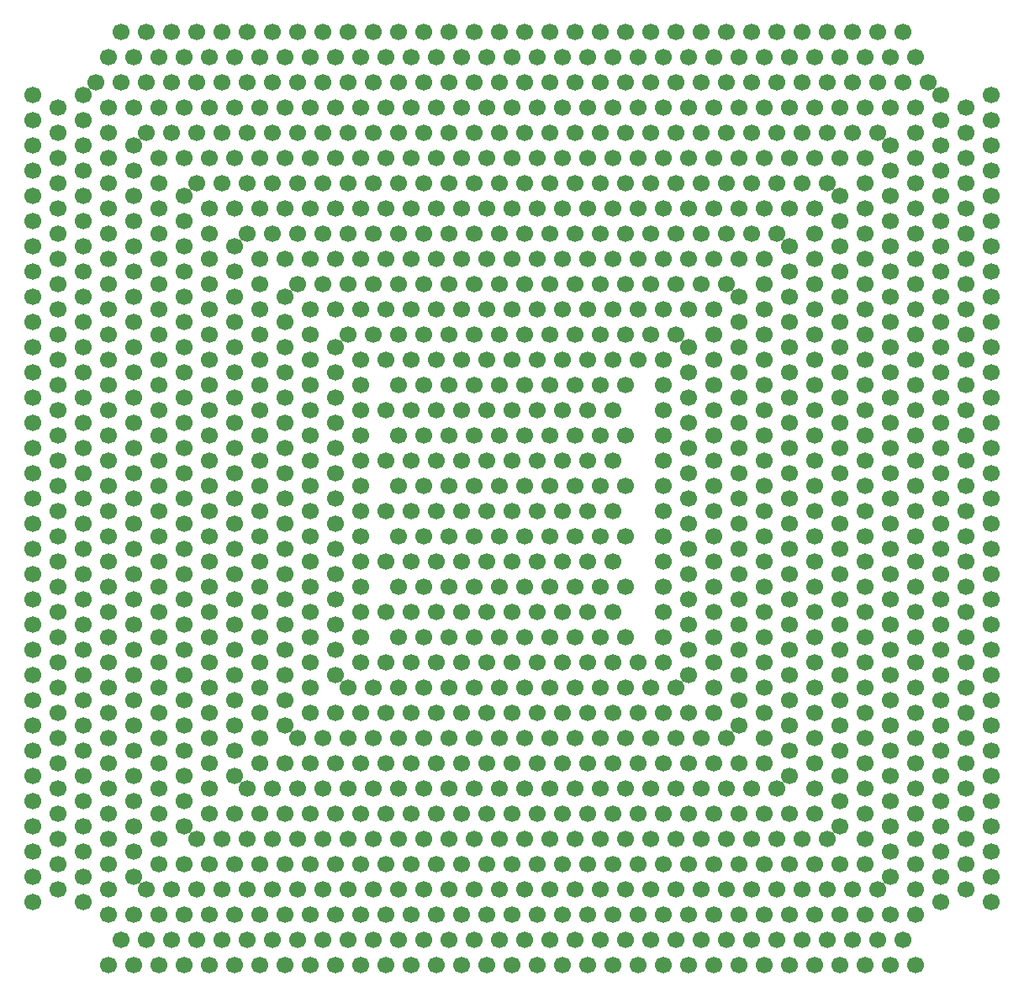
<source format=gbr>
G04 #@! TF.FileFunction,Soldermask,Top*
%FSLAX46Y46*%
G04 Gerber Fmt 4.6, Leading zero omitted, Abs format (unit mm)*
G04 Created by KiCad (PCBNEW 4.0.7) date 11/22/17 23:51:00*
%MOMM*%
%LPD*%
G01*
G04 APERTURE LIST*
%ADD10C,0.100000*%
%ADD11C,1.700000*%
G04 APERTURE END LIST*
D10*
D11*
X125730000Y-66040000D03*
X127000000Y-68580000D03*
X128270000Y-66040000D03*
X129540000Y-68580000D03*
X130810000Y-66040000D03*
X132080000Y-68580000D03*
X133350000Y-66040000D03*
X134620000Y-68580000D03*
X135890000Y-66040000D03*
X137160000Y-68580000D03*
X138430000Y-66040000D03*
X139700000Y-68580000D03*
X140970000Y-66040000D03*
X142240000Y-68580000D03*
X143510000Y-66040000D03*
X144780000Y-68580000D03*
X146050000Y-66040000D03*
X147320000Y-68580000D03*
X148590000Y-66040000D03*
X149860000Y-68580000D03*
X151130000Y-66040000D03*
X152400000Y-68580000D03*
X153670000Y-66040000D03*
X154940000Y-68580000D03*
X156210000Y-66040000D03*
X157480000Y-68580000D03*
X158750000Y-66040000D03*
X160020000Y-68580000D03*
X161290000Y-66040000D03*
X162560000Y-68580000D03*
X163830000Y-66040000D03*
X165100000Y-68580000D03*
X166370000Y-66040000D03*
X167640000Y-68580000D03*
X168910000Y-66040000D03*
X170180000Y-68580000D03*
X171450000Y-66040000D03*
X172720000Y-68580000D03*
X173990000Y-66040000D03*
X175260000Y-68580000D03*
X124460000Y-67310000D03*
X124460000Y-69850000D03*
X127000000Y-71120000D03*
X124460000Y-72390000D03*
X127000000Y-73660000D03*
X124460000Y-74930000D03*
X127000000Y-76200000D03*
X124460000Y-77470000D03*
X127000000Y-78740000D03*
X124460000Y-80010000D03*
X127000000Y-81280000D03*
X124460000Y-82550000D03*
X127000000Y-83820000D03*
X124460000Y-85090000D03*
X130810000Y-71120000D03*
X133350000Y-71120000D03*
X135890000Y-71120000D03*
X138430000Y-71120000D03*
X140970000Y-71120000D03*
X129540000Y-72390000D03*
X129540000Y-74930000D03*
X129540000Y-77470000D03*
X129540000Y-80010000D03*
X129540000Y-82550000D03*
X132080000Y-73660000D03*
X132080000Y-76200000D03*
X132080000Y-78740000D03*
X132080000Y-81280000D03*
X134620000Y-73660000D03*
X137160000Y-73660000D03*
X139700000Y-73660000D03*
X134620000Y-77470000D03*
X135890000Y-76200000D03*
X134620000Y-80010000D03*
X138430000Y-76200000D03*
X124460000Y-87630000D03*
X124460000Y-90170000D03*
X124460000Y-92710000D03*
X124460000Y-95250000D03*
X124460000Y-97790000D03*
X124460000Y-100330000D03*
X124460000Y-102870000D03*
X124460000Y-105410000D03*
X124460000Y-107950000D03*
X124460000Y-110490000D03*
X124460000Y-113030000D03*
X124460000Y-115570000D03*
X124460000Y-118110000D03*
X124460000Y-120650000D03*
X125730000Y-121920000D03*
X128270000Y-121920000D03*
X130810000Y-121920000D03*
X133350000Y-121920000D03*
X135890000Y-121920000D03*
X138430000Y-121920000D03*
X140970000Y-121920000D03*
X143510000Y-121920000D03*
X146050000Y-121920000D03*
X148590000Y-121920000D03*
X151130000Y-121920000D03*
X153670000Y-121920000D03*
X156210000Y-121920000D03*
X158750000Y-121920000D03*
X161290000Y-121920000D03*
X163830000Y-121920000D03*
X166370000Y-121920000D03*
X168910000Y-121920000D03*
X171450000Y-121920000D03*
X173990000Y-121920000D03*
X176530000Y-121920000D03*
X179070000Y-121920000D03*
X180340000Y-120650000D03*
X180340000Y-118110000D03*
X180340000Y-115570000D03*
X180340000Y-113030000D03*
X180340000Y-110490000D03*
X180340000Y-107950000D03*
X180340000Y-105410000D03*
X180340000Y-102870000D03*
X180340000Y-100330000D03*
X180340000Y-97790000D03*
X180340000Y-95250000D03*
X180340000Y-92710000D03*
X180340000Y-90170000D03*
X180340000Y-87630000D03*
X180340000Y-85090000D03*
X180340000Y-82550000D03*
X180340000Y-80010000D03*
X180340000Y-77470000D03*
X180340000Y-74930000D03*
X180340000Y-72390000D03*
X180340000Y-69850000D03*
X180340000Y-67310000D03*
X179070000Y-66040000D03*
X176530000Y-66040000D03*
X177800000Y-68580000D03*
X177800000Y-71120000D03*
X177800000Y-73660000D03*
X177800000Y-76200000D03*
X177800000Y-78740000D03*
X177800000Y-81280000D03*
X177800000Y-83820000D03*
X177800000Y-86360000D03*
X177800000Y-88900000D03*
X177800000Y-91440000D03*
X177800000Y-93980000D03*
X177800000Y-96520000D03*
X177800000Y-99060000D03*
X177800000Y-101600000D03*
X177800000Y-104140000D03*
X177800000Y-106680000D03*
X177800000Y-109220000D03*
X177800000Y-111760000D03*
X177800000Y-114300000D03*
X177800000Y-116840000D03*
X177800000Y-119380000D03*
X175260000Y-119380000D03*
X172720000Y-119380000D03*
X170180000Y-119380000D03*
X167640000Y-119380000D03*
X165100000Y-119380000D03*
X162560000Y-119380000D03*
X160020000Y-119380000D03*
X157480000Y-119380000D03*
X154940000Y-119380000D03*
X152400000Y-119380000D03*
X149860000Y-119380000D03*
X147320000Y-119380000D03*
X144780000Y-119380000D03*
X142240000Y-119380000D03*
X139700000Y-119380000D03*
X137160000Y-119380000D03*
X134620000Y-119380000D03*
X132080000Y-119380000D03*
X129540000Y-119380000D03*
X127000000Y-119380000D03*
X127000000Y-116840000D03*
X127000000Y-114300000D03*
X127000000Y-111760000D03*
X127000000Y-109220000D03*
X127000000Y-106680000D03*
X127000000Y-104140000D03*
X127000000Y-101600000D03*
X127000000Y-99060000D03*
X127000000Y-96520000D03*
X127000000Y-93980000D03*
X127000000Y-91440000D03*
X127000000Y-86360000D03*
X127000000Y-88900000D03*
X138430000Y-111760000D03*
X138430000Y-116840000D03*
X140970000Y-116840000D03*
X140970000Y-111760000D03*
X140970000Y-106680000D03*
X140970000Y-101600000D03*
X140970000Y-96520000D03*
X140970000Y-91440000D03*
X140970000Y-86360000D03*
X140970000Y-81280000D03*
X140970000Y-76200000D03*
X139700000Y-78740000D03*
X139700000Y-83820000D03*
X139700000Y-88900000D03*
X139700000Y-93980000D03*
X139700000Y-99060000D03*
X139700000Y-104140000D03*
X139700000Y-109220000D03*
X139700000Y-114300000D03*
X142240000Y-114300000D03*
X142240000Y-109220000D03*
X142240000Y-104140000D03*
X142240000Y-99060000D03*
X142240000Y-93980000D03*
X142240000Y-88900000D03*
X142240000Y-83820000D03*
X142240000Y-78740000D03*
X142240000Y-73660000D03*
X143510000Y-71120000D03*
X143510000Y-76200000D03*
X143510000Y-81280000D03*
X143510000Y-86360000D03*
X143510000Y-91440000D03*
X143510000Y-96520000D03*
X143510000Y-101600000D03*
X143510000Y-106680000D03*
X143510000Y-111760000D03*
X143510000Y-116840000D03*
X144780000Y-114300000D03*
X144780000Y-109220000D03*
X144780000Y-104140000D03*
X144780000Y-99060000D03*
X144780000Y-93980000D03*
X144780000Y-88900000D03*
X144780000Y-83820000D03*
X144780000Y-78740000D03*
X144780000Y-73660000D03*
X146050000Y-71120000D03*
X146050000Y-76200000D03*
X146050000Y-81280000D03*
X146050000Y-86360000D03*
X146050000Y-91440000D03*
X146050000Y-96520000D03*
X146050000Y-101600000D03*
X146050000Y-106680000D03*
X146050000Y-111760000D03*
X146050000Y-116840000D03*
X147320000Y-114300000D03*
X147320000Y-109220000D03*
X147320000Y-104140000D03*
X147320000Y-99060000D03*
X147320000Y-93980000D03*
X147320000Y-88900000D03*
X147320000Y-83820000D03*
X147320000Y-78740000D03*
X147320000Y-73660000D03*
X148590000Y-71120000D03*
X148590000Y-76200000D03*
X148590000Y-81280000D03*
X148590000Y-86360000D03*
X148590000Y-91440000D03*
X148590000Y-96520000D03*
X148590000Y-101600000D03*
X148590000Y-106680000D03*
X148590000Y-111760000D03*
X148590000Y-116840000D03*
X149860000Y-114300000D03*
X149860000Y-109220000D03*
X149860000Y-104140000D03*
X149860000Y-99060000D03*
X149860000Y-93980000D03*
X149860000Y-88900000D03*
X149860000Y-78740000D03*
X149860000Y-83820000D03*
X149860000Y-73660000D03*
X151130000Y-71120000D03*
X151130000Y-76200000D03*
X151130000Y-81280000D03*
X151130000Y-86360000D03*
X151130000Y-91440000D03*
X151130000Y-96520000D03*
X151130000Y-101600000D03*
X151130000Y-106680000D03*
X151130000Y-111760000D03*
X151130000Y-116840000D03*
X152400000Y-114300000D03*
X152400000Y-109220000D03*
X152400000Y-104140000D03*
X152400000Y-99060000D03*
X152400000Y-93980000D03*
X152400000Y-88900000D03*
X152400000Y-83820000D03*
X152400000Y-78740000D03*
X152400000Y-73660000D03*
X153670000Y-71120000D03*
X153670000Y-76200000D03*
X153670000Y-81280000D03*
X153670000Y-86360000D03*
X153670000Y-91440000D03*
X153670000Y-96520000D03*
X153670000Y-101600000D03*
X153670000Y-106680000D03*
X153670000Y-116840000D03*
X153670000Y-111760000D03*
X154940000Y-114300000D03*
X154940000Y-109220000D03*
X154940000Y-104140000D03*
X154940000Y-99060000D03*
X154940000Y-93980000D03*
X154940000Y-88900000D03*
X154940000Y-83820000D03*
X154940000Y-78740000D03*
X154940000Y-73660000D03*
X156210000Y-71120000D03*
X156210000Y-76200000D03*
X156210000Y-81280000D03*
X156210000Y-86360000D03*
X156210000Y-91440000D03*
X156210000Y-96520000D03*
X156210000Y-101600000D03*
X156210000Y-106680000D03*
X156210000Y-111760000D03*
X156210000Y-116840000D03*
X157480000Y-114300000D03*
X158750000Y-116840000D03*
X158750000Y-111760000D03*
X157480000Y-109220000D03*
X157480000Y-104140000D03*
X157480000Y-99060000D03*
X157480000Y-93980000D03*
X157480000Y-88900000D03*
X157480000Y-83820000D03*
X157480000Y-78740000D03*
X157480000Y-73660000D03*
X158750000Y-71120000D03*
X158750000Y-76200000D03*
X158750000Y-81280000D03*
X158750000Y-86360000D03*
X158750000Y-91440000D03*
X158750000Y-96520000D03*
X158750000Y-101600000D03*
X158750000Y-106680000D03*
X160020000Y-114300000D03*
X160020000Y-109220000D03*
X160020000Y-104140000D03*
X160020000Y-99060000D03*
X160020000Y-93980000D03*
X160020000Y-88900000D03*
X160020000Y-83820000D03*
X160020000Y-78740000D03*
X160020000Y-73660000D03*
X161290000Y-71120000D03*
X161290000Y-76200000D03*
X161290000Y-81280000D03*
X161290000Y-86360000D03*
X161290000Y-91440000D03*
X161290000Y-96520000D03*
X161290000Y-101600000D03*
X161290000Y-106680000D03*
X161290000Y-111760000D03*
X161290000Y-116840000D03*
X162560000Y-114300000D03*
X162560000Y-109220000D03*
X162560000Y-104140000D03*
X162560000Y-99060000D03*
X162560000Y-93980000D03*
X162560000Y-88900000D03*
X162560000Y-83820000D03*
X162560000Y-73660000D03*
X162560000Y-78740000D03*
X163830000Y-71120000D03*
X163830000Y-76200000D03*
X163830000Y-81280000D03*
X163830000Y-86360000D03*
X163830000Y-91440000D03*
X163830000Y-96520000D03*
X163830000Y-101600000D03*
X163830000Y-106680000D03*
X163830000Y-111760000D03*
X163830000Y-116840000D03*
X129540000Y-85090000D03*
X129540000Y-87630000D03*
X129540000Y-90170000D03*
X129540000Y-92710000D03*
X129540000Y-95250000D03*
X129540000Y-97790000D03*
X129540000Y-100330000D03*
X129540000Y-102870000D03*
X129540000Y-105410000D03*
X129540000Y-107950000D03*
X129540000Y-110490000D03*
X129540000Y-113030000D03*
X129540000Y-115570000D03*
X130810000Y-116840000D03*
X133350000Y-116840000D03*
X135890000Y-116840000D03*
X166370000Y-116840000D03*
X168910000Y-116840000D03*
X171450000Y-116840000D03*
X173990000Y-116840000D03*
X175260000Y-115570000D03*
X175260000Y-113030000D03*
X175260000Y-110490000D03*
X175260000Y-107950000D03*
X175260000Y-105410000D03*
X175260000Y-102870000D03*
X175260000Y-100330000D03*
X175260000Y-97790000D03*
X175260000Y-95250000D03*
X175260000Y-92710000D03*
X175260000Y-90170000D03*
X175260000Y-87630000D03*
X175260000Y-85090000D03*
X175260000Y-82550000D03*
X175260000Y-80010000D03*
X175260000Y-77470000D03*
X175260000Y-74930000D03*
X175260000Y-72390000D03*
X173990000Y-71120000D03*
X171450000Y-71120000D03*
X168910000Y-71120000D03*
X166370000Y-71120000D03*
X165100000Y-73660000D03*
X167640000Y-73660000D03*
X170180000Y-73660000D03*
X172720000Y-73660000D03*
X172720000Y-76200000D03*
X172720000Y-78740000D03*
X172720000Y-81280000D03*
X172720000Y-83820000D03*
X172720000Y-86360000D03*
X172720000Y-88900000D03*
X172720000Y-91440000D03*
X172720000Y-93980000D03*
X172720000Y-96520000D03*
X172720000Y-99060000D03*
X172720000Y-101600000D03*
X172720000Y-104140000D03*
X172720000Y-106680000D03*
X172720000Y-109220000D03*
X172720000Y-111760000D03*
X172720000Y-114300000D03*
X170180000Y-114300000D03*
X167640000Y-114300000D03*
X165100000Y-114300000D03*
X137160000Y-114300000D03*
X134620000Y-114300000D03*
X132080000Y-114300000D03*
X132080000Y-111760000D03*
X132080000Y-109220000D03*
X132080000Y-106680000D03*
X132080000Y-104140000D03*
X132080000Y-101600000D03*
X132080000Y-99060000D03*
X132080000Y-96520000D03*
X132080000Y-93980000D03*
X132080000Y-91440000D03*
X132080000Y-88900000D03*
X132080000Y-86360000D03*
X132080000Y-83820000D03*
X134620000Y-82550000D03*
X134620000Y-85090000D03*
X134620000Y-87630000D03*
X134620000Y-90170000D03*
X134620000Y-92710000D03*
X134620000Y-95250000D03*
X134620000Y-97790000D03*
X134620000Y-100330000D03*
X134620000Y-102870000D03*
X134620000Y-105410000D03*
X134620000Y-107950000D03*
X134620000Y-110490000D03*
X135890000Y-111760000D03*
X166370000Y-111760000D03*
X168910000Y-111760000D03*
X170180000Y-110490000D03*
X170180000Y-107950000D03*
X170180000Y-105410000D03*
X170180000Y-102870000D03*
X170180000Y-100330000D03*
X170180000Y-97790000D03*
X170180000Y-95250000D03*
X170180000Y-92710000D03*
X170180000Y-90170000D03*
X170180000Y-87630000D03*
X170180000Y-85090000D03*
X170180000Y-82550000D03*
X170180000Y-80010000D03*
X170180000Y-77470000D03*
X168910000Y-76200000D03*
X166370000Y-76200000D03*
X137160000Y-78740000D03*
X165100000Y-78740000D03*
X167640000Y-78740000D03*
X167640000Y-81280000D03*
X167640000Y-83820000D03*
X167640000Y-86360000D03*
X167640000Y-88900000D03*
X167640000Y-91440000D03*
X167640000Y-93980000D03*
X167640000Y-96520000D03*
X167640000Y-99060000D03*
X167640000Y-101600000D03*
X167640000Y-104140000D03*
X167640000Y-106680000D03*
X167640000Y-109220000D03*
X165100000Y-109220000D03*
X137160000Y-109220000D03*
X137160000Y-106680000D03*
X137160000Y-104140000D03*
X137160000Y-101600000D03*
X137160000Y-99060000D03*
X137160000Y-96520000D03*
X137160000Y-93980000D03*
X137160000Y-91440000D03*
X137160000Y-88900000D03*
X137160000Y-86360000D03*
X137160000Y-83820000D03*
X137160000Y-81280000D03*
X124460000Y-63500000D03*
X127000000Y-63500000D03*
X129540000Y-63500000D03*
X132080000Y-63500000D03*
X134620000Y-63500000D03*
X137160000Y-63500000D03*
X139700000Y-63500000D03*
X142240000Y-63500000D03*
X144780000Y-63500000D03*
X147320000Y-63500000D03*
X149860000Y-63500000D03*
X152400000Y-63500000D03*
X154940000Y-63500000D03*
X157480000Y-63500000D03*
X160020000Y-63500000D03*
X162560000Y-63500000D03*
X165100000Y-63500000D03*
X167640000Y-63500000D03*
X170180000Y-63500000D03*
X172720000Y-63500000D03*
X175260000Y-63500000D03*
X177800000Y-63500000D03*
X125730000Y-60960000D03*
X128270000Y-60960000D03*
X130810000Y-60960000D03*
X133350000Y-60960000D03*
X135890000Y-60960000D03*
X138430000Y-60960000D03*
X140970000Y-60960000D03*
X143510000Y-60960000D03*
X146050000Y-60960000D03*
X148590000Y-60960000D03*
X151130000Y-60960000D03*
X153670000Y-60960000D03*
X156210000Y-60960000D03*
X158750000Y-60960000D03*
X161290000Y-60960000D03*
X163830000Y-60960000D03*
X166370000Y-60960000D03*
X168910000Y-60960000D03*
X171450000Y-60960000D03*
X173990000Y-60960000D03*
X176530000Y-60960000D03*
X179070000Y-60960000D03*
X182880000Y-66040000D03*
X182880000Y-68580000D03*
X182880000Y-71120000D03*
X182880000Y-73660000D03*
X182880000Y-76200000D03*
X182880000Y-78740000D03*
X182880000Y-81280000D03*
X182880000Y-83820000D03*
X182880000Y-86360000D03*
X182880000Y-88900000D03*
X182880000Y-91440000D03*
X182880000Y-93980000D03*
X182880000Y-96520000D03*
X182880000Y-99060000D03*
X182880000Y-101600000D03*
X182880000Y-104140000D03*
X182880000Y-106680000D03*
X182880000Y-109220000D03*
X182880000Y-111760000D03*
X182880000Y-114300000D03*
X182880000Y-116840000D03*
X182880000Y-119380000D03*
X185420000Y-120650000D03*
X185420000Y-118110000D03*
X185420000Y-115570000D03*
X185420000Y-113030000D03*
X185420000Y-110490000D03*
X185420000Y-107950000D03*
X185420000Y-105410000D03*
X185420000Y-102870000D03*
X185420000Y-100330000D03*
X185420000Y-97790000D03*
X185420000Y-95250000D03*
X185420000Y-92710000D03*
X185420000Y-90170000D03*
X185420000Y-87630000D03*
X185420000Y-85090000D03*
X185420000Y-82550000D03*
X185420000Y-80010000D03*
X185420000Y-77470000D03*
X185420000Y-74930000D03*
X185420000Y-72390000D03*
X185420000Y-69850000D03*
X185420000Y-67310000D03*
X121920000Y-66040000D03*
X121920000Y-68580000D03*
X121920000Y-71120000D03*
X121920000Y-73660000D03*
X121920000Y-76200000D03*
X121920000Y-78740000D03*
X121920000Y-81280000D03*
X119380000Y-82550000D03*
X119380000Y-80010000D03*
X119380000Y-77470000D03*
X119380000Y-74930000D03*
X119380000Y-72390000D03*
X119380000Y-69850000D03*
X119380000Y-67310000D03*
X119380000Y-85090000D03*
X121920000Y-83820000D03*
X121920000Y-86360000D03*
X121920000Y-88900000D03*
X121920000Y-91440000D03*
X121920000Y-93980000D03*
X121920000Y-96520000D03*
X121920000Y-99060000D03*
X121920000Y-101600000D03*
X121920000Y-104140000D03*
X119380000Y-105410000D03*
X119380000Y-102870000D03*
X119380000Y-100330000D03*
X119380000Y-97790000D03*
X119380000Y-95250000D03*
X119380000Y-92710000D03*
X119380000Y-90170000D03*
X119380000Y-87630000D03*
X119380000Y-107950000D03*
X121920000Y-106680000D03*
X121920000Y-109220000D03*
X121920000Y-111760000D03*
X121920000Y-114300000D03*
X121920000Y-116840000D03*
X121920000Y-119380000D03*
X119380000Y-120650000D03*
X119380000Y-118110000D03*
X119380000Y-115570000D03*
X119380000Y-113030000D03*
X119380000Y-110490000D03*
X124460000Y-124460000D03*
X127000000Y-124460000D03*
X129540000Y-124460000D03*
X132080000Y-124460000D03*
X134620000Y-124460000D03*
X137160000Y-124460000D03*
X139700000Y-124460000D03*
X142240000Y-124460000D03*
X144780000Y-124460000D03*
X147320000Y-124460000D03*
X149860000Y-124460000D03*
X151130000Y-127000000D03*
X148590000Y-127000000D03*
X146050000Y-127000000D03*
X143510000Y-127000000D03*
X140970000Y-127000000D03*
X138430000Y-127000000D03*
X135890000Y-127000000D03*
X133350000Y-127000000D03*
X130810000Y-127000000D03*
X128270000Y-127000000D03*
X125730000Y-127000000D03*
X152400000Y-124460000D03*
X154940000Y-124460000D03*
X157480000Y-124460000D03*
X160020000Y-124460000D03*
X162560000Y-124460000D03*
X165100000Y-124460000D03*
X167640000Y-124460000D03*
X170180000Y-124460000D03*
X172720000Y-124460000D03*
X175260000Y-124460000D03*
X177800000Y-124460000D03*
X176530000Y-127000000D03*
X173990000Y-127000000D03*
X171450000Y-127000000D03*
X168910000Y-127000000D03*
X166370000Y-127000000D03*
X163830000Y-127000000D03*
X161290000Y-127000000D03*
X158750000Y-127000000D03*
X156210000Y-127000000D03*
X153670000Y-127000000D03*
X179070000Y-127000000D03*
X121920000Y-121920000D03*
X121920000Y-124460000D03*
X123190000Y-127000000D03*
X120650000Y-127000000D03*
X119380000Y-125730000D03*
X119380000Y-123190000D03*
X119380000Y-129540000D03*
X121920000Y-129540000D03*
X124460000Y-129540000D03*
X127000000Y-129540000D03*
X129540000Y-129540000D03*
X132080000Y-129540000D03*
X134620000Y-129540000D03*
X137160000Y-129540000D03*
X139700000Y-129540000D03*
X142240000Y-129540000D03*
X144780000Y-129540000D03*
X147320000Y-129540000D03*
X149860000Y-129540000D03*
X152400000Y-129540000D03*
X154940000Y-129540000D03*
X157480000Y-129540000D03*
X160020000Y-129540000D03*
X162560000Y-129540000D03*
X165100000Y-129540000D03*
X167640000Y-129540000D03*
X170180000Y-129540000D03*
X172720000Y-129540000D03*
X175260000Y-129540000D03*
X177800000Y-129540000D03*
X180340000Y-129540000D03*
X180340000Y-124460000D03*
X182880000Y-124460000D03*
X182880000Y-121920000D03*
X181610000Y-127000000D03*
X184150000Y-127000000D03*
X185420000Y-125730000D03*
X185420000Y-123190000D03*
X182880000Y-129540000D03*
X185420000Y-129540000D03*
X187960000Y-129540000D03*
X187960000Y-127000000D03*
X187960000Y-124460000D03*
X187960000Y-121920000D03*
X187960000Y-119380000D03*
X187960000Y-116840000D03*
X187960000Y-114300000D03*
X187960000Y-111760000D03*
X187960000Y-109220000D03*
X187960000Y-106680000D03*
X187960000Y-104140000D03*
X187960000Y-101600000D03*
X187960000Y-99060000D03*
X187960000Y-96520000D03*
X187960000Y-93980000D03*
X187960000Y-91440000D03*
X187960000Y-88900000D03*
X187960000Y-86360000D03*
X187960000Y-83820000D03*
X187960000Y-81280000D03*
X187960000Y-78740000D03*
X187960000Y-76200000D03*
X187960000Y-73660000D03*
X187960000Y-71120000D03*
X187960000Y-68580000D03*
X187960000Y-66040000D03*
X187960000Y-63500000D03*
X187960000Y-60960000D03*
X180340000Y-63500000D03*
X182880000Y-63500000D03*
X185420000Y-64770000D03*
X185420000Y-62230000D03*
X184150000Y-60960000D03*
X181610000Y-60960000D03*
X187960000Y-58420000D03*
X185420000Y-58420000D03*
X182880000Y-58420000D03*
X180340000Y-58420000D03*
X177800000Y-58420000D03*
X175260000Y-58420000D03*
X172720000Y-58420000D03*
X170180000Y-58420000D03*
X167640000Y-58420000D03*
X165100000Y-58420000D03*
X162560000Y-58420000D03*
X160020000Y-58420000D03*
X157480000Y-58420000D03*
X154940000Y-58420000D03*
X152400000Y-58420000D03*
X149860000Y-58420000D03*
X147320000Y-58420000D03*
X144780000Y-58420000D03*
X142240000Y-58420000D03*
X139700000Y-58420000D03*
X134620000Y-58420000D03*
X137160000Y-58420000D03*
X132080000Y-58420000D03*
X129540000Y-58420000D03*
X127000000Y-58420000D03*
X123190000Y-60960000D03*
X121920000Y-63500000D03*
X119380000Y-64770000D03*
X119380000Y-62230000D03*
X120650000Y-60960000D03*
X124460000Y-58420000D03*
X121920000Y-58420000D03*
X119380000Y-58420000D03*
X116840000Y-58420000D03*
X116840000Y-60960000D03*
X116840000Y-63500000D03*
X116840000Y-66040000D03*
X116840000Y-68580000D03*
X116840000Y-71120000D03*
X116840000Y-73660000D03*
X116840000Y-76200000D03*
X116840000Y-78740000D03*
X116840000Y-81280000D03*
X116840000Y-83820000D03*
X116840000Y-86360000D03*
X116840000Y-88900000D03*
X116840000Y-91440000D03*
X116840000Y-93980000D03*
X116840000Y-96520000D03*
X116840000Y-99060000D03*
X116840000Y-101600000D03*
X116840000Y-104140000D03*
X116840000Y-106680000D03*
X116840000Y-109220000D03*
X116840000Y-111760000D03*
X116840000Y-114300000D03*
X116840000Y-116840000D03*
X116840000Y-119380000D03*
X116840000Y-121920000D03*
X116840000Y-124460000D03*
X116840000Y-127000000D03*
X116840000Y-129540000D03*
X115570000Y-132080000D03*
X118110000Y-132080000D03*
X120650000Y-132080000D03*
X123190000Y-132080000D03*
X125730000Y-132080000D03*
X128270000Y-132080000D03*
X130810000Y-132080000D03*
X133350000Y-132080000D03*
X135890000Y-132080000D03*
X138430000Y-132080000D03*
X140970000Y-132080000D03*
X143510000Y-132080000D03*
X146050000Y-132080000D03*
X148590000Y-132080000D03*
X151130000Y-132080000D03*
X153670000Y-132080000D03*
X156210000Y-132080000D03*
X158750000Y-132080000D03*
X161290000Y-132080000D03*
X163830000Y-132080000D03*
X166370000Y-132080000D03*
X168910000Y-132080000D03*
X171450000Y-132080000D03*
X173990000Y-132080000D03*
X176530000Y-132080000D03*
X179070000Y-132080000D03*
X181610000Y-132080000D03*
X184150000Y-132080000D03*
X186690000Y-132080000D03*
X189230000Y-132080000D03*
X190500000Y-130810000D03*
X190500000Y-128270000D03*
X190500000Y-125730000D03*
X190500000Y-123190000D03*
X190500000Y-120650000D03*
X190500000Y-118110000D03*
X190500000Y-115570000D03*
X190500000Y-113030000D03*
X190500000Y-110490000D03*
X190500000Y-107950000D03*
X190500000Y-105410000D03*
X190500000Y-102870000D03*
X190500000Y-100330000D03*
X190500000Y-97790000D03*
X190500000Y-95250000D03*
X190500000Y-92710000D03*
X190500000Y-90170000D03*
X190500000Y-85090000D03*
X190500000Y-87630000D03*
X190500000Y-82550000D03*
X190500000Y-80010000D03*
X190500000Y-77470000D03*
X190500000Y-74930000D03*
X190500000Y-72390000D03*
X190500000Y-69850000D03*
X190500000Y-67310000D03*
X190500000Y-64770000D03*
X190500000Y-62230000D03*
X190500000Y-59690000D03*
X190500000Y-57150000D03*
X189230000Y-55880000D03*
X186690000Y-55880000D03*
X184150000Y-55880000D03*
X181610000Y-55880000D03*
X179070000Y-55880000D03*
X176530000Y-55880000D03*
X173990000Y-55880000D03*
X171450000Y-55880000D03*
X168910000Y-55880000D03*
X166370000Y-55880000D03*
X163830000Y-55880000D03*
X161290000Y-55880000D03*
X158750000Y-55880000D03*
X156210000Y-55880000D03*
X153670000Y-55880000D03*
X151130000Y-55880000D03*
X148590000Y-55880000D03*
X146050000Y-55880000D03*
X143510000Y-55880000D03*
X140970000Y-55880000D03*
X138430000Y-55880000D03*
X135890000Y-55880000D03*
X133350000Y-55880000D03*
X130810000Y-55880000D03*
X128270000Y-55880000D03*
X125730000Y-55880000D03*
X123190000Y-55880000D03*
X120650000Y-55880000D03*
X118110000Y-55880000D03*
X115570000Y-55880000D03*
X111760000Y-53340000D03*
X114300000Y-53340000D03*
X116840000Y-53340000D03*
X119380000Y-53340000D03*
X121920000Y-53340000D03*
X124460000Y-53340000D03*
X127000000Y-53340000D03*
X129540000Y-53340000D03*
X132080000Y-53340000D03*
X134620000Y-53340000D03*
X137160000Y-53340000D03*
X139700000Y-53340000D03*
X142240000Y-53340000D03*
X144780000Y-53340000D03*
X147320000Y-53340000D03*
X149860000Y-53340000D03*
X152400000Y-53340000D03*
X154940000Y-53340000D03*
X157480000Y-53340000D03*
X160020000Y-53340000D03*
X162560000Y-53340000D03*
X165100000Y-53340000D03*
X167640000Y-53340000D03*
X170180000Y-53340000D03*
X172720000Y-53340000D03*
X175260000Y-53340000D03*
X177800000Y-53340000D03*
X180340000Y-53340000D03*
X182880000Y-53340000D03*
X185420000Y-53340000D03*
X187960000Y-53340000D03*
X190500000Y-53340000D03*
X193040000Y-53340000D03*
X195580000Y-52070000D03*
X194310000Y-50800000D03*
X191770000Y-50800000D03*
X189230000Y-50800000D03*
X186690000Y-50800000D03*
X184150000Y-50800000D03*
X181610000Y-50800000D03*
X179070000Y-50800000D03*
X176530000Y-50800000D03*
X173990000Y-50800000D03*
X171450000Y-50800000D03*
X168910000Y-50800000D03*
X166370000Y-50800000D03*
X163830000Y-50800000D03*
X161290000Y-50800000D03*
X158750000Y-50800000D03*
X156210000Y-50800000D03*
X153670000Y-50800000D03*
X151130000Y-50800000D03*
X148590000Y-50800000D03*
X146050000Y-50800000D03*
X143510000Y-50800000D03*
X140970000Y-50800000D03*
X138430000Y-50800000D03*
X135890000Y-50800000D03*
X133350000Y-50800000D03*
X130810000Y-50800000D03*
X128270000Y-50800000D03*
X125730000Y-50800000D03*
X123190000Y-50800000D03*
X120650000Y-50800000D03*
X118110000Y-50800000D03*
X115570000Y-50800000D03*
X113030000Y-50800000D03*
X110490000Y-50800000D03*
X109220000Y-52070000D03*
X111760000Y-48260000D03*
X114300000Y-48260000D03*
X116840000Y-48260000D03*
X119380000Y-48260000D03*
X121920000Y-48260000D03*
X124460000Y-48260000D03*
X127000000Y-48260000D03*
X129540000Y-48260000D03*
X132080000Y-48260000D03*
X134620000Y-48260000D03*
X137160000Y-48260000D03*
X139700000Y-48260000D03*
X142240000Y-48260000D03*
X144780000Y-48260000D03*
X147320000Y-48260000D03*
X149860000Y-48260000D03*
X152400000Y-48260000D03*
X154940000Y-48260000D03*
X157480000Y-48260000D03*
X160020000Y-48260000D03*
X162560000Y-48260000D03*
X165100000Y-48260000D03*
X167640000Y-48260000D03*
X170180000Y-48260000D03*
X172720000Y-48260000D03*
X175260000Y-48260000D03*
X177800000Y-48260000D03*
X180340000Y-48260000D03*
X182880000Y-48260000D03*
X185420000Y-48260000D03*
X187960000Y-48260000D03*
X190500000Y-48260000D03*
X193040000Y-48260000D03*
X191770000Y-45720000D03*
X189230000Y-45720000D03*
X186690000Y-45720000D03*
X184150000Y-45720000D03*
X181610000Y-45720000D03*
X179070000Y-45720000D03*
X176530000Y-45720000D03*
X173990000Y-45720000D03*
X171450000Y-45720000D03*
X168910000Y-45720000D03*
X166370000Y-45720000D03*
X163830000Y-45720000D03*
X161290000Y-45720000D03*
X158750000Y-45720000D03*
X156210000Y-45720000D03*
X153670000Y-45720000D03*
X151130000Y-45720000D03*
X148590000Y-45720000D03*
X146050000Y-45720000D03*
X143510000Y-45720000D03*
X140970000Y-45720000D03*
X138430000Y-45720000D03*
X135890000Y-45720000D03*
X133350000Y-45720000D03*
X130810000Y-45720000D03*
X128270000Y-45720000D03*
X125730000Y-45720000D03*
X123190000Y-45720000D03*
X120650000Y-45720000D03*
X118110000Y-45720000D03*
X115570000Y-45720000D03*
X113030000Y-45720000D03*
X114300000Y-57150000D03*
X114300000Y-59690000D03*
X114300000Y-62230000D03*
X114300000Y-64770000D03*
X114300000Y-67310000D03*
X114300000Y-69850000D03*
X114300000Y-72390000D03*
X114300000Y-74930000D03*
X114300000Y-77470000D03*
X114300000Y-80010000D03*
X114300000Y-82550000D03*
X114300000Y-85090000D03*
X114300000Y-87630000D03*
X114300000Y-90170000D03*
X114300000Y-92710000D03*
X114300000Y-95250000D03*
X114300000Y-97790000D03*
X114300000Y-100330000D03*
X114300000Y-102870000D03*
X114300000Y-105410000D03*
X114300000Y-107950000D03*
X114300000Y-110490000D03*
X114300000Y-113030000D03*
X114300000Y-115570000D03*
X114300000Y-118110000D03*
X114300000Y-120650000D03*
X114300000Y-123190000D03*
X114300000Y-125730000D03*
X114300000Y-128270000D03*
X114300000Y-130810000D03*
X111760000Y-55880000D03*
X111760000Y-58420000D03*
X111760000Y-60960000D03*
X111760000Y-63500000D03*
X111760000Y-66040000D03*
X111760000Y-68580000D03*
X111760000Y-71120000D03*
X111760000Y-73660000D03*
X111760000Y-76200000D03*
X111760000Y-78740000D03*
X111760000Y-81280000D03*
X111760000Y-83820000D03*
X111760000Y-86360000D03*
X111760000Y-88900000D03*
X111760000Y-91440000D03*
X111760000Y-93980000D03*
X111760000Y-96520000D03*
X111760000Y-99060000D03*
X111760000Y-101600000D03*
X111760000Y-104140000D03*
X111760000Y-106680000D03*
X111760000Y-109220000D03*
X111760000Y-111760000D03*
X111760000Y-114300000D03*
X111760000Y-116840000D03*
X111760000Y-119380000D03*
X111760000Y-121920000D03*
X111760000Y-124460000D03*
X111760000Y-127000000D03*
X111760000Y-129540000D03*
X111760000Y-132080000D03*
X111760000Y-134620000D03*
X109220000Y-133350000D03*
X109220000Y-130810000D03*
X109220000Y-128270000D03*
X109220000Y-125730000D03*
X109220000Y-123190000D03*
X109220000Y-120650000D03*
X109220000Y-118110000D03*
X109220000Y-115570000D03*
X109220000Y-113030000D03*
X109220000Y-110490000D03*
X109220000Y-107950000D03*
X109220000Y-105410000D03*
X109220000Y-102870000D03*
X109220000Y-100330000D03*
X109220000Y-97790000D03*
X109220000Y-95250000D03*
X109220000Y-92710000D03*
X109220000Y-90170000D03*
X109220000Y-87630000D03*
X109220000Y-85090000D03*
X109220000Y-82550000D03*
X109220000Y-80010000D03*
X109220000Y-77470000D03*
X109220000Y-74930000D03*
X109220000Y-72390000D03*
X109220000Y-69850000D03*
X109220000Y-67310000D03*
X109220000Y-64770000D03*
X109220000Y-62230000D03*
X109220000Y-59690000D03*
X109220000Y-57150000D03*
X109220000Y-54610000D03*
X106680000Y-53340000D03*
X106680000Y-55880000D03*
X106680000Y-58420000D03*
X106680000Y-60960000D03*
X106680000Y-63500000D03*
X104140000Y-62230000D03*
X104140000Y-59690000D03*
X104140000Y-57150000D03*
X104140000Y-54610000D03*
X104140000Y-52070000D03*
X104140000Y-64770000D03*
X104140000Y-67310000D03*
X104140000Y-69850000D03*
X104140000Y-72390000D03*
X104140000Y-74930000D03*
X104140000Y-77470000D03*
X104140000Y-80010000D03*
X104140000Y-82550000D03*
X106680000Y-81280000D03*
X106680000Y-78740000D03*
X106680000Y-76200000D03*
X106680000Y-73660000D03*
X106680000Y-71120000D03*
X106680000Y-68580000D03*
X106680000Y-66040000D03*
X106680000Y-83820000D03*
X106680000Y-86360000D03*
X106680000Y-88900000D03*
X106680000Y-91440000D03*
X106680000Y-93980000D03*
X106680000Y-96520000D03*
X106680000Y-99060000D03*
X106680000Y-101600000D03*
X104140000Y-100330000D03*
X104140000Y-97790000D03*
X104140000Y-95250000D03*
X104140000Y-92710000D03*
X104140000Y-90170000D03*
X104140000Y-87630000D03*
X104140000Y-85090000D03*
X104140000Y-102870000D03*
X104140000Y-105410000D03*
X104140000Y-107950000D03*
X104140000Y-110490000D03*
X104140000Y-113030000D03*
X104140000Y-115570000D03*
X104140000Y-118110000D03*
X106680000Y-119380000D03*
X106680000Y-116840000D03*
X106680000Y-114300000D03*
X106680000Y-111760000D03*
X106680000Y-109220000D03*
X106680000Y-106680000D03*
X106680000Y-104140000D03*
X106680000Y-121920000D03*
X106680000Y-124460000D03*
X106680000Y-127000000D03*
X106680000Y-129540000D03*
X106680000Y-132080000D03*
X104140000Y-133350000D03*
X104140000Y-130810000D03*
X104140000Y-128270000D03*
X104140000Y-125730000D03*
X104140000Y-123190000D03*
X104140000Y-120650000D03*
X114300000Y-134620000D03*
X116840000Y-134620000D03*
X119380000Y-134620000D03*
X121920000Y-134620000D03*
X124460000Y-134620000D03*
X127000000Y-134620000D03*
X129540000Y-134620000D03*
X132080000Y-134620000D03*
X134620000Y-134620000D03*
X137160000Y-134620000D03*
X139700000Y-134620000D03*
X142240000Y-134620000D03*
X144780000Y-134620000D03*
X147320000Y-134620000D03*
X146050000Y-137160000D03*
X143510000Y-137160000D03*
X140970000Y-137160000D03*
X138430000Y-137160000D03*
X135890000Y-137160000D03*
X133350000Y-137160000D03*
X130810000Y-137160000D03*
X128270000Y-137160000D03*
X125730000Y-137160000D03*
X123190000Y-137160000D03*
X120650000Y-137160000D03*
X118110000Y-137160000D03*
X115570000Y-137160000D03*
X113030000Y-137160000D03*
X111760000Y-139700000D03*
X114300000Y-139700000D03*
X116840000Y-139700000D03*
X119380000Y-139700000D03*
X121920000Y-139700000D03*
X124460000Y-139700000D03*
X127000000Y-139700000D03*
X129540000Y-139700000D03*
X132080000Y-139700000D03*
X134620000Y-139700000D03*
X137160000Y-139700000D03*
X139700000Y-139700000D03*
X142240000Y-139700000D03*
X144780000Y-139700000D03*
X147320000Y-139700000D03*
X149860000Y-134620000D03*
X152400000Y-134620000D03*
X154940000Y-134620000D03*
X157480000Y-134620000D03*
X160020000Y-134620000D03*
X162560000Y-134620000D03*
X165100000Y-134620000D03*
X167640000Y-134620000D03*
X170180000Y-134620000D03*
X172720000Y-134620000D03*
X175260000Y-134620000D03*
X177800000Y-134620000D03*
X180340000Y-134620000D03*
X182880000Y-134620000D03*
X185420000Y-134620000D03*
X187960000Y-134620000D03*
X190500000Y-134620000D03*
X193040000Y-134620000D03*
X191770000Y-137160000D03*
X189230000Y-137160000D03*
X186690000Y-137160000D03*
X184150000Y-137160000D03*
X181610000Y-137160000D03*
X179070000Y-137160000D03*
X176530000Y-137160000D03*
X173990000Y-137160000D03*
X171450000Y-137160000D03*
X168910000Y-137160000D03*
X166370000Y-137160000D03*
X163830000Y-137160000D03*
X161290000Y-137160000D03*
X158750000Y-137160000D03*
X156210000Y-137160000D03*
X153670000Y-137160000D03*
X151130000Y-137160000D03*
X148590000Y-137160000D03*
X149860000Y-139700000D03*
X152400000Y-139700000D03*
X154940000Y-139700000D03*
X157480000Y-139700000D03*
X160020000Y-139700000D03*
X162560000Y-139700000D03*
X165100000Y-139700000D03*
X167640000Y-139700000D03*
X170180000Y-139700000D03*
X172720000Y-139700000D03*
X175260000Y-139700000D03*
X177800000Y-139700000D03*
X180340000Y-139700000D03*
X182880000Y-139700000D03*
X185420000Y-139700000D03*
X187960000Y-139700000D03*
X190500000Y-139700000D03*
X193040000Y-139700000D03*
X193040000Y-132080000D03*
X193040000Y-129540000D03*
X193040000Y-127000000D03*
X193040000Y-124460000D03*
X193040000Y-121920000D03*
X193040000Y-119380000D03*
X195580000Y-120650000D03*
X195580000Y-123190000D03*
X195580000Y-125730000D03*
X195580000Y-128270000D03*
X195580000Y-130810000D03*
X195580000Y-133350000D03*
X198120000Y-132080000D03*
X198120000Y-129540000D03*
X198120000Y-127000000D03*
X198120000Y-124460000D03*
X198120000Y-121920000D03*
X198120000Y-119380000D03*
X200660000Y-120650000D03*
X200660000Y-123190000D03*
X200660000Y-125730000D03*
X200660000Y-128270000D03*
X200660000Y-130810000D03*
X200660000Y-133350000D03*
X193040000Y-116840000D03*
X193040000Y-114300000D03*
X193040000Y-111760000D03*
X193040000Y-109220000D03*
X193040000Y-106680000D03*
X193040000Y-104140000D03*
X193040000Y-101600000D03*
X193040000Y-99060000D03*
X193040000Y-96520000D03*
X193040000Y-93980000D03*
X195580000Y-92710000D03*
X195580000Y-95250000D03*
X195580000Y-97790000D03*
X195580000Y-100330000D03*
X195580000Y-102870000D03*
X195580000Y-105410000D03*
X195580000Y-107950000D03*
X195580000Y-110490000D03*
X195580000Y-113030000D03*
X195580000Y-115570000D03*
X195580000Y-118110000D03*
X198120000Y-116840000D03*
X198120000Y-114300000D03*
X198120000Y-111760000D03*
X198120000Y-109220000D03*
X198120000Y-106680000D03*
X198120000Y-104140000D03*
X198120000Y-101600000D03*
X198120000Y-99060000D03*
X200660000Y-97790000D03*
X200660000Y-100330000D03*
X200660000Y-102870000D03*
X200660000Y-105410000D03*
X200660000Y-107950000D03*
X200660000Y-110490000D03*
X200660000Y-113030000D03*
X200660000Y-115570000D03*
X200660000Y-118110000D03*
X198120000Y-96520000D03*
X198120000Y-93980000D03*
X198120000Y-91440000D03*
X198120000Y-88900000D03*
X198120000Y-86360000D03*
X198120000Y-83820000D03*
X198120000Y-81280000D03*
X198120000Y-78740000D03*
X198120000Y-76200000D03*
X200660000Y-74930000D03*
X200660000Y-77470000D03*
X200660000Y-80010000D03*
X200660000Y-82550000D03*
X200660000Y-85090000D03*
X200660000Y-87630000D03*
X200660000Y-90170000D03*
X200660000Y-92710000D03*
X200660000Y-95250000D03*
X193040000Y-91440000D03*
X193040000Y-88900000D03*
X193040000Y-86360000D03*
X193040000Y-83820000D03*
X193040000Y-81280000D03*
X193040000Y-78740000D03*
X193040000Y-76200000D03*
X195580000Y-74930000D03*
X195580000Y-77470000D03*
X195580000Y-80010000D03*
X195580000Y-82550000D03*
X195580000Y-85090000D03*
X195580000Y-87630000D03*
X195580000Y-90170000D03*
X193040000Y-73660000D03*
X193040000Y-71120000D03*
X193040000Y-68580000D03*
X193040000Y-66040000D03*
X193040000Y-63500000D03*
X193040000Y-60960000D03*
X193040000Y-58420000D03*
X193040000Y-55880000D03*
X195580000Y-54610000D03*
X195580000Y-57150000D03*
X195580000Y-59690000D03*
X195580000Y-62230000D03*
X195580000Y-64770000D03*
X195580000Y-67310000D03*
X195580000Y-69850000D03*
X195580000Y-72390000D03*
X198120000Y-73660000D03*
X198120000Y-71120000D03*
X198120000Y-68580000D03*
X198120000Y-66040000D03*
X198120000Y-63500000D03*
X198120000Y-60960000D03*
X198120000Y-58420000D03*
X198120000Y-55880000D03*
X198120000Y-53340000D03*
X200660000Y-52070000D03*
X200660000Y-54610000D03*
X200660000Y-57150000D03*
X200660000Y-59690000D03*
X200660000Y-62230000D03*
X200660000Y-64770000D03*
X200660000Y-67310000D03*
X200660000Y-69850000D03*
X200660000Y-72390000D03*
M02*

</source>
